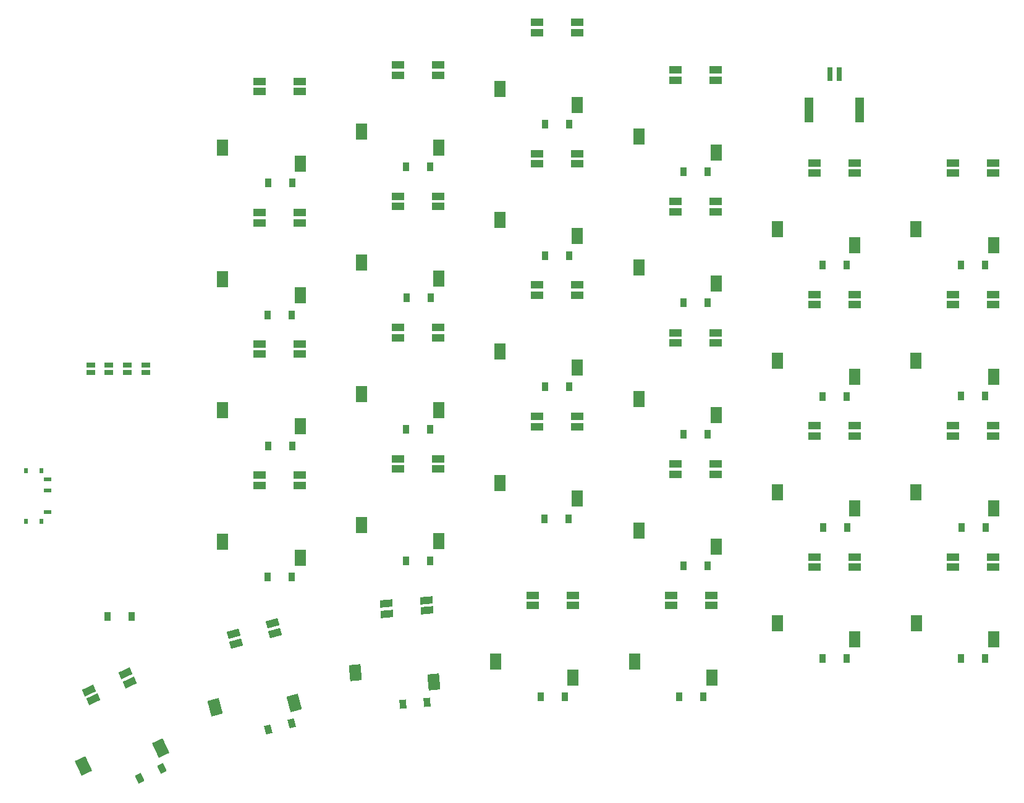
<source format=gbp>
G04 #@! TF.GenerationSoftware,KiCad,Pcbnew,6.0.2+dfsg-1*
G04 #@! TF.CreationDate,2022-08-27T13:38:11+01:00*
G04 #@! TF.ProjectId,Jocket_Split_LP,4a6f636b-6574-45f5-9370-6c69745f4c50,rev?*
G04 #@! TF.SameCoordinates,Original*
G04 #@! TF.FileFunction,Paste,Bot*
G04 #@! TF.FilePolarity,Positive*
%FSLAX46Y46*%
G04 Gerber Fmt 4.6, Leading zero omitted, Abs format (unit mm)*
G04 Created by KiCad (PCBNEW 6.0.2+dfsg-1) date 2022-08-27 13:38:11*
%MOMM*%
%LPD*%
G01*
G04 APERTURE LIST*
G04 Aperture macros list*
%AMRotRect*
0 Rectangle, with rotation*
0 The origin of the aperture is its center*
0 $1 length*
0 $2 width*
0 $3 Rotation angle, in degrees counterclockwise*
0 Add horizontal line*
21,1,$1,$2,0,0,$3*%
G04 Aperture macros list end*
%ADD10R,0.900000X1.200000*%
%ADD11RotRect,0.900000X1.200000X25.000000*%
%ADD12RotRect,0.900000X1.200000X15.000000*%
%ADD13RotRect,0.900000X1.200000X5.000000*%
%ADD14R,1.700000X1.000000*%
%ADD15R,1.600000X2.200000*%
%ADD16RotRect,1.700000X1.000000X205.000000*%
%ADD17RotRect,1.600000X2.200000X205.000000*%
%ADD18RotRect,1.700000X1.000000X185.000000*%
%ADD19RotRect,1.600000X2.200000X185.000000*%
%ADD20RotRect,1.700000X1.000000X195.000000*%
%ADD21RotRect,1.600000X2.200000X195.000000*%
%ADD22R,1.000000X0.500000*%
%ADD23R,0.500000X0.800000*%
%ADD24R,0.800000X1.900000*%
%ADD25R,1.300000X3.350000*%
%ADD26R,1.143000X0.635000*%
G04 APERTURE END LIST*
D10*
X118900000Y-56550000D03*
X122200000Y-56550000D03*
X137850000Y-54350000D03*
X141150000Y-54350000D03*
X156900000Y-48500000D03*
X160200000Y-48500000D03*
X175850000Y-55050000D03*
X179150000Y-55050000D03*
X194850000Y-67800000D03*
X198150000Y-67800000D03*
X213850000Y-67800000D03*
X217150000Y-67800000D03*
X118850000Y-74650000D03*
X122150000Y-74650000D03*
X137900000Y-72300000D03*
X141200000Y-72300000D03*
X156900000Y-66500000D03*
X160200000Y-66500000D03*
X175850000Y-73000000D03*
X179150000Y-73000000D03*
X194900000Y-85800000D03*
X198200000Y-85800000D03*
X213850000Y-85750000D03*
X217150000Y-85750000D03*
X118900000Y-92600000D03*
X122200000Y-92600000D03*
X137850000Y-90300000D03*
X141150000Y-90300000D03*
X156900000Y-84500000D03*
X160200000Y-84500000D03*
X175850000Y-91000000D03*
X179150000Y-91000000D03*
X194950000Y-103750000D03*
X198250000Y-103750000D03*
X213900000Y-103800000D03*
X217200000Y-103800000D03*
X118850000Y-110550000D03*
X122150000Y-110550000D03*
X137850000Y-108350000D03*
X141150000Y-108350000D03*
X156800000Y-102550000D03*
X160100000Y-102550000D03*
X175850000Y-109050000D03*
X179150000Y-109050000D03*
X194850000Y-121750000D03*
X198150000Y-121750000D03*
X213850000Y-121750000D03*
X217150000Y-121750000D03*
X96889121Y-115974163D03*
X100189121Y-115974163D03*
D11*
X101354592Y-138166320D03*
X104345408Y-136771680D03*
D12*
X118960592Y-131463426D03*
X122148148Y-130609324D03*
D13*
X137404320Y-127987974D03*
X140691762Y-127700360D03*
D10*
X156300000Y-127000000D03*
X159600000Y-127000000D03*
D14*
X117750000Y-42620500D03*
X117750000Y-44020500D03*
X123250000Y-44020500D03*
X123250000Y-42620500D03*
D15*
X123300000Y-53919500D03*
X112700000Y-51719500D03*
D14*
X136750000Y-40370500D03*
X136750000Y-41770500D03*
X142250000Y-41770500D03*
X142250000Y-40370500D03*
D15*
X142300000Y-51669500D03*
X131700000Y-49469500D03*
D14*
X155750000Y-34551000D03*
X155750000Y-35951000D03*
X161250000Y-35951000D03*
X161250000Y-34551000D03*
D15*
X161300000Y-45850000D03*
X150700000Y-43650000D03*
D14*
X174750000Y-41070500D03*
X174750000Y-42470500D03*
X180250000Y-42470500D03*
X180250000Y-41070500D03*
D15*
X180300000Y-52369500D03*
X169700000Y-50169500D03*
D14*
X193750000Y-53820500D03*
X193750000Y-55220500D03*
X199250000Y-55220500D03*
X199250000Y-53820500D03*
D15*
X199300000Y-65119500D03*
X188700000Y-62919500D03*
D14*
X117750000Y-60620500D03*
X117750000Y-62020500D03*
X123250000Y-62020500D03*
X123250000Y-60620500D03*
D15*
X123300000Y-71919500D03*
X112700000Y-69719500D03*
D14*
X136750000Y-58370500D03*
X136750000Y-59770500D03*
X142250000Y-59770500D03*
X142250000Y-58370500D03*
D15*
X142300000Y-69669500D03*
X131700000Y-67469500D03*
D14*
X155750000Y-52541000D03*
X155750000Y-53941000D03*
X161250000Y-53941000D03*
X161250000Y-52541000D03*
D15*
X161300000Y-63840000D03*
X150700000Y-61640000D03*
D14*
X174750000Y-59070500D03*
X174750000Y-60470500D03*
X180250000Y-60470500D03*
X180250000Y-59070500D03*
D15*
X180300000Y-70369500D03*
X169700000Y-68169500D03*
D14*
X193750000Y-71820500D03*
X193750000Y-73220500D03*
X199250000Y-73220500D03*
X199250000Y-71820500D03*
D15*
X199300000Y-83119500D03*
X188700000Y-80919500D03*
D14*
X212750000Y-71820500D03*
X212750000Y-73220500D03*
X218250000Y-73220500D03*
X218250000Y-71820500D03*
D15*
X218300000Y-83119500D03*
X207700000Y-80919500D03*
D14*
X117750000Y-78620500D03*
X117750000Y-80020500D03*
X123250000Y-80020500D03*
X123250000Y-78620500D03*
D15*
X123300000Y-89919500D03*
X112700000Y-87719500D03*
D14*
X136750000Y-76370500D03*
X136750000Y-77770500D03*
X142250000Y-77770500D03*
X142250000Y-76370500D03*
D15*
X142300000Y-87669500D03*
X131700000Y-85469500D03*
D14*
X155750000Y-70541000D03*
X155750000Y-71941000D03*
X161250000Y-71941000D03*
X161250000Y-70541000D03*
D15*
X161300000Y-81840000D03*
X150700000Y-79640000D03*
D14*
X174750000Y-77070500D03*
X174750000Y-78470500D03*
X180250000Y-78470500D03*
X180250000Y-77070500D03*
D15*
X180300000Y-88369500D03*
X169700000Y-86169500D03*
D14*
X193750000Y-89820500D03*
X193750000Y-91220500D03*
X199250000Y-91220500D03*
X199250000Y-89820500D03*
D15*
X199300000Y-101119500D03*
X188700000Y-98919500D03*
D14*
X212750000Y-89820500D03*
X212750000Y-91220500D03*
X218250000Y-91220500D03*
X218250000Y-89820500D03*
D15*
X218300000Y-101119500D03*
X207700000Y-98919500D03*
D14*
X117750000Y-96620500D03*
X117750000Y-98020500D03*
X123250000Y-98020500D03*
X123250000Y-96620500D03*
D15*
X123300000Y-107919500D03*
X112700000Y-105719500D03*
D14*
X136750000Y-94370500D03*
X136750000Y-95770500D03*
X142250000Y-95770500D03*
X142250000Y-94370500D03*
D15*
X142300000Y-105669500D03*
X131700000Y-103469500D03*
D14*
X155750000Y-88541000D03*
X155750000Y-89941000D03*
X161250000Y-89941000D03*
X161250000Y-88541000D03*
D15*
X161300000Y-99840000D03*
X150700000Y-97640000D03*
D14*
X174750000Y-95070500D03*
X174750000Y-96470500D03*
X180250000Y-96470500D03*
X180250000Y-95070500D03*
D15*
X180300000Y-106369500D03*
X169700000Y-104169500D03*
D14*
X193750000Y-107820500D03*
X193750000Y-109220500D03*
X199250000Y-109220500D03*
X199250000Y-107820500D03*
D15*
X199300000Y-119119500D03*
X188700000Y-116919500D03*
D14*
X212762493Y-107820500D03*
X212762493Y-109220500D03*
X218262493Y-109220500D03*
X218262493Y-107820500D03*
D15*
X218312493Y-119119500D03*
X207712493Y-116919500D03*
D16*
X94375172Y-126088009D03*
X94966837Y-127356840D03*
X99951530Y-125032440D03*
X99359864Y-123763609D03*
D17*
X104180344Y-133982850D03*
X93643721Y-136468726D03*
D18*
X135087952Y-114205390D03*
X135209970Y-115600063D03*
X140689041Y-115120706D03*
X140567023Y-113726034D03*
D19*
X141601605Y-124977680D03*
X130850199Y-123709902D03*
D14*
X155150000Y-113060500D03*
X155150000Y-114460500D03*
X160650000Y-114460500D03*
X160650000Y-113060500D03*
D15*
X160700000Y-124359500D03*
X150100000Y-122159500D03*
D10*
X175200000Y-127000000D03*
X178500000Y-127000000D03*
D14*
X174150000Y-113070500D03*
X174150000Y-114470500D03*
X179650000Y-114470500D03*
X179650000Y-113070500D03*
D15*
X179700000Y-124369500D03*
X169100000Y-122169500D03*
D20*
X114200710Y-118333094D03*
X114563057Y-119685390D03*
X119875649Y-118261885D03*
X119513302Y-116909589D03*
D21*
X122485995Y-127810644D03*
X111677779Y-128429089D03*
D14*
X212750000Y-53820500D03*
X212750000Y-55220500D03*
X218250000Y-55220500D03*
X218250000Y-53820500D03*
D15*
X218300000Y-65119500D03*
X207700000Y-62919500D03*
D22*
X88675000Y-101700000D03*
X88675000Y-98700000D03*
X88675000Y-97200000D03*
D23*
X87875000Y-102900000D03*
X85775000Y-102900000D03*
X85775000Y-96000000D03*
X87875000Y-96000000D03*
D24*
X197139144Y-41650000D03*
X195889144Y-41650000D03*
D25*
X199989144Y-46525000D03*
X193039144Y-46525000D03*
D26*
X97100000Y-81499620D03*
X97100000Y-82500380D03*
X102200000Y-81499620D03*
X102200000Y-82500380D03*
X99600000Y-81499620D03*
X99600000Y-82500380D03*
X94610000Y-81499620D03*
X94610000Y-82500380D03*
M02*

</source>
